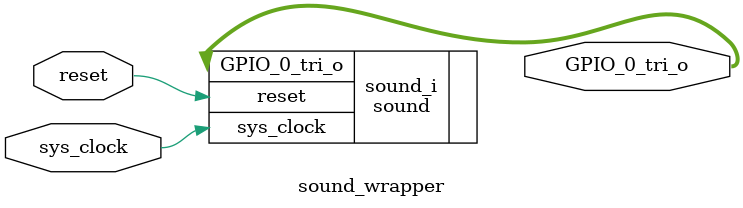
<source format=v>
`timescale 1 ps / 1 ps

module sound_wrapper
   (GPIO_0_tri_o,
    reset,
    sys_clock);
  output [1:0]GPIO_0_tri_o;
  input reset;
  input sys_clock;

  wire [1:0]GPIO_0_tri_o;
  wire reset;
  wire sys_clock;

  sound sound_i
       (.GPIO_0_tri_o(GPIO_0_tri_o),
        .reset(reset),
        .sys_clock(sys_clock));
endmodule

</source>
